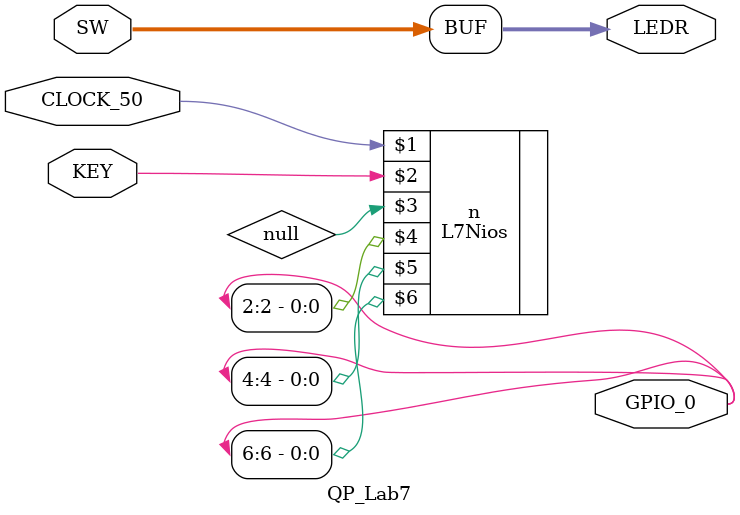
<source format=v>
module QP_Lab7 (CLOCK_50, KEY,SW,LEDR ,GPIO_0);
input CLOCK_50;
input [0:0] KEY;
output [6:2] GPIO_0;
output [17:0] LEDR;
input [17:0] SW;

L7Nios n (CLOCK_50,KEY[0], null, GPIO_0[2], GPIO_0[4], GPIO_0[6]);
assign LEDR = SW;
endmodule 
</source>
